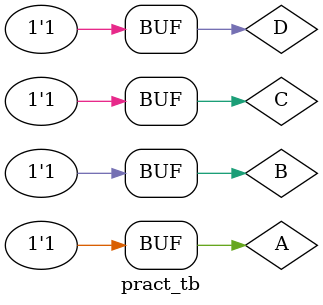
<source format=v>
`timescale 1ns / 1ps
module pract_tb();
    
    //Inputs as reg
    reg A, B, C, D;
    
    //Outputs as wire
    wire F;
        
    arbitrary dut(A, B, C, D, F);
    
    initial begin
    A = 1'b0; B = 1'b0; C = 1'b0; D =1'b0;
    #100;
    if (F != 0)
        $display("Output from Equation did not match expected", $time);      // 
    #100;
    A = 1'b0; B = 1'b0; C = 1'b0; D =1'b1;
    #100;
    if (F != 0)
        $display("Output from Equation did not match expected", $time);      // 
    #100;
    A = 1'b0; B = 1'b0; C = 1'b1; D =1'b0;
    #100;
    if (F != 0)
        $display("Output from Equation did not match expected", $time);
    #100;
    A = 1'b0; B = 1'b0; C = 1'b1; D =1'b1;
    #100;
    if (F != 1)
        $display("Output from Equation did not match expected", $time);
    #100;
    A = 1'b0; B = 1'b1; C = 1'b0; D =1'b0;
    #100;
    if (F != 1)
        $display("Output from Equation did not match expected", $time);
    #100;
    A = 1'b0; B = 1'b1; C = 1'b0; D =1'b1;
    #100;
    if (F != 0)
        $display("Output from Equation did not match expected", $time);
    #100;
    A = 1'b0; B = 1'b1; C = 1'b1; D =1'b0;
    #100;
    if (F != 0)
        $display("Output from Equation did not match expected", $time);
    #100;
    A = 1'b0; B = 1'b1; C = 1'b1; D =1'b1;
    #100;
    if (F != 0)
        $display("Output from Equation did not match expected", $time);
    #100;
    A = 1'b1; B = 1'b0; C = 1'b0; D =1'b0;
    #100;
    if (F != 0)
        $display("Output from Equation did not match expected", $time);
    #100;
    A = 1'b1; B = 1'b0; C = 1'b0; D =1'b1;
    #100;
    if (F != 0)
        $display("Output from Equation did not match expected", $time);
    #100;
    A = 1'b1; B = 1'b0; C = 1'b1; D =1'b0;
    #100;
    if (F != 0)
        $display("Output from Equation did not match expected", $time);
    #100;
    A = 1'b1; B = 1'b0; C = 1'b1; D =1'b1;
    #100;
    if (F != 1)
        $display("Output from Equation did not match expected", $time);
    #100;                                                      
    A = 1'b1; B = 1'b1; C = 1'b0; D =1'b0;
    #100;
    if (F != 0)
        $display("Output from Equation did not match expected", $time);
    #100;
    A = 1'b1; B = 1'b1; C = 1'b0; D =1'b1;
    #100;
    if (F != 0)
        $display("Output from Equation did not match expected", $time);
    #100;
    A = 1'b1; B = 1'b1; C = 1'b1; D =1'b0;
    #100;
    if (F != 0)
        $display("Output from Equation did not match expected", $time);
    #100;
    A = 1'b1; B = 1'b1; C = 1'b1; D =1'b1;
    #100;
    if (F != 0)
        $display("Output from Equation did not match expected", $time);
    #100;            
    end

endmodule

</source>
